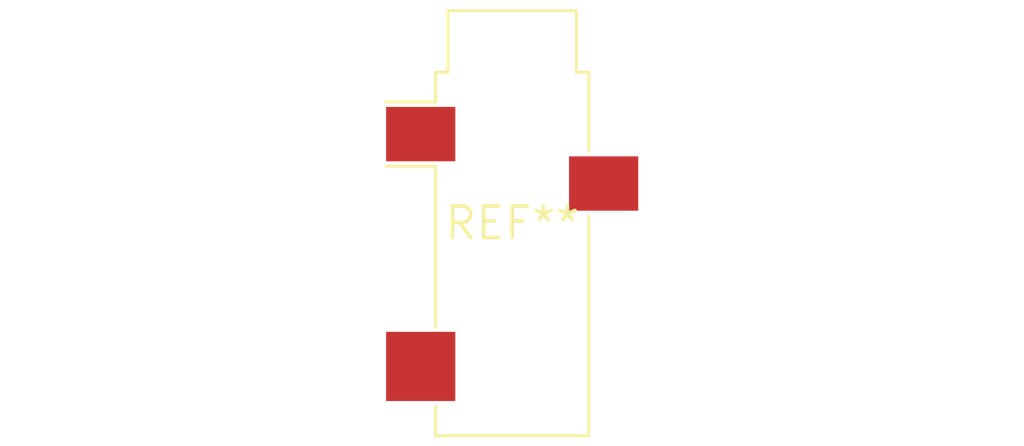
<source format=kicad_pcb>
(kicad_pcb (version 20240108) (generator pcbnew)
  (layers (0 "F.Cu" signal) (31 "B.Cu" signal) (34 "B.Paste" user) (35 "F.Paste" user) (36 "B.SilkS" user "B.Silkscreen") (37 "F.SilkS" user "F.Silkscreen") (38 "B.Mask" user) (39 "F.Mask" user) (44 "Edge.Cuts" user))
  (net 0 "")
  (footprint "Jack_3.5mm_CUI_SJ-3523-SMT_Horizontal" (layer "F.Cu") (at 0 0)
    (property "Reference" "REF**")
    (property "Value" "Jack_3.5mm_CUI_SJ-3523-SMT_Horizontal")
    (fp_line (start -3.1 -6.1) (end -2.6 -6.1) (layer "F.SilkS") (stroke (width 0.12)))
    (fp_line (start -3.1 -4.9) (end -5.1 -4.9) (layer "F.SilkS") (stroke (width 0.12)))
    (fp_line (start -3.1 -4.9) (end -3.1 -6.1) (layer "F.SilkS") (stroke (width 0.12)))
    (fp_line (start -3.1 -2.3) (end -5.1 -2.3) (layer "F.SilkS") (stroke (width 0.12)))
    (fp_line (start -3.1 4.2) (end -3.1 -2.3) (layer "F.SilkS") (stroke (width 0.12)))
    (fp_line (start -3.1 8.6) (end -3.1 7.4) (layer "F.SilkS") (stroke (width 0.12)))
    (fp_line (start -2.6 -8.6) (end 2.6 -8.6) (layer "F.SilkS") (stroke (width 0.12)))
    (fp_line (start -2.6 -6.1) (end -2.6 -8.6) (layer "F.SilkS") (stroke (width 0.12)))
    (fp_line (start 2.6 -8.6) (end 2.6 -6.1) (layer "F.SilkS") (stroke (width 0.12)))
    (fp_line (start 2.6 -6.1) (end 3.1 -6.1) (layer "F.SilkS") (stroke (width 0.12)))
    (fp_line (start 3.1 -6.1) (end 3.1 -2.9) (layer "F.SilkS") (stroke (width 0.12)))
    (fp_line (start 3.1 -0.3) (end 3.1 8.6) (layer "F.SilkS") (stroke (width 0.12)))
    (fp_line (start 3.1 8.6) (end -3.1 8.6) (layer "F.SilkS") (stroke (width 0.12)))
    (pad "" np_thru_hole circle (at 0 -2.5) (size 1.7 1.7) (drill 1.7) (layers *.Cu *.Mask))
    (pad "" np_thru_hole circle (at 0 4.5) (size 1.7 1.7) (drill 1.7) (layers *.Cu *.Mask))
    (pad "R" smd rect (at 3.7 -1.6) (size 2.8 2.2) (layers "F.Cu" "F.Paste" "F.Mask"))
    (pad "S" smd rect (at -3.7 -3.6) (size 2.8 2.2) (layers "F.Cu" "F.Paste" "F.Mask"))
    (pad "T" smd rect (at -3.7 5.8) (size 2.8 2.8) (layers "F.Cu" "F.Paste" "F.Mask"))
  )
)
</source>
